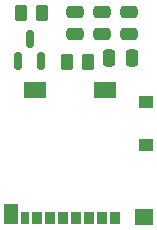
<source format=gbr>
%TF.GenerationSoftware,KiCad,Pcbnew,7.0.9*%
%TF.CreationDate,2024-02-17T11:22:31-05:00*%
%TF.ProjectId,uSD Card with Power Switch - for Xiao or QT Py,75534420-4361-4726-9420-776974682050,V1*%
%TF.SameCoordinates,Original*%
%TF.FileFunction,Paste,Top*%
%TF.FilePolarity,Positive*%
%FSLAX46Y46*%
G04 Gerber Fmt 4.6, Leading zero omitted, Abs format (unit mm)*
G04 Created by KiCad (PCBNEW 7.0.9) date 2024-02-17 11:22:31*
%MOMM*%
%LPD*%
G01*
G04 APERTURE LIST*
G04 Aperture macros list*
%AMRoundRect*
0 Rectangle with rounded corners*
0 $1 Rounding radius*
0 $2 $3 $4 $5 $6 $7 $8 $9 X,Y pos of 4 corners*
0 Add a 4 corners polygon primitive as box body*
4,1,4,$2,$3,$4,$5,$6,$7,$8,$9,$2,$3,0*
0 Add four circle primitives for the rounded corners*
1,1,$1+$1,$2,$3*
1,1,$1+$1,$4,$5*
1,1,$1+$1,$6,$7*
1,1,$1+$1,$8,$9*
0 Add four rect primitives between the rounded corners*
20,1,$1+$1,$2,$3,$4,$5,0*
20,1,$1+$1,$4,$5,$6,$7,0*
20,1,$1+$1,$6,$7,$8,$9,0*
20,1,$1+$1,$8,$9,$2,$3,0*%
G04 Aperture macros list end*
%ADD10RoundRect,0.250000X0.475000X-0.250000X0.475000X0.250000X-0.475000X0.250000X-0.475000X-0.250000X0*%
%ADD11RoundRect,0.150000X0.150000X-0.587500X0.150000X0.587500X-0.150000X0.587500X-0.150000X-0.587500X0*%
%ADD12R,0.850000X1.100000*%
%ADD13R,0.750000X1.100000*%
%ADD14R,1.200000X1.000000*%
%ADD15R,1.550000X1.350000*%
%ADD16R,1.900000X1.350000*%
%ADD17R,1.170000X1.800000*%
%ADD18RoundRect,0.250000X0.262500X0.450000X-0.262500X0.450000X-0.262500X-0.450000X0.262500X-0.450000X0*%
%ADD19RoundRect,0.250000X-0.250000X-0.475000X0.250000X-0.475000X0.250000X0.475000X-0.250000X0.475000X0*%
G04 APERTURE END LIST*
D10*
%TO.C,C1*%
X163200000Y-72200000D03*
X163200000Y-70300000D03*
%TD*%
%TO.C,C3*%
X158600000Y-72200000D03*
X158600000Y-70300000D03*
%TD*%
D11*
%TO.C,Q1*%
X153800000Y-74475000D03*
X155700000Y-74475000D03*
X154750000Y-72600000D03*
%TD*%
D12*
%TO.C,J3*%
X162005000Y-87750000D03*
X160905000Y-87750000D03*
X159805000Y-87750000D03*
X158705000Y-87750000D03*
X157605000Y-87750000D03*
X156505000Y-87750000D03*
X155405000Y-87750000D03*
D13*
X154355000Y-87750000D03*
D14*
X164640000Y-81600000D03*
X164640000Y-77900000D03*
D15*
X164465000Y-87625000D03*
D16*
X161140000Y-76925000D03*
X155170000Y-76925000D03*
D17*
X153145000Y-87400000D03*
%TD*%
D18*
%TO.C,R1*%
X159700000Y-74500000D03*
X157875000Y-74500000D03*
%TD*%
D19*
%TO.C,C2*%
X161500000Y-74200000D03*
X163400000Y-74200000D03*
%TD*%
D18*
%TO.C,R2*%
X155825000Y-70400000D03*
X154000000Y-70400000D03*
%TD*%
D10*
%TO.C,C4*%
X160900000Y-72200000D03*
X160900000Y-70300000D03*
%TD*%
M02*

</source>
